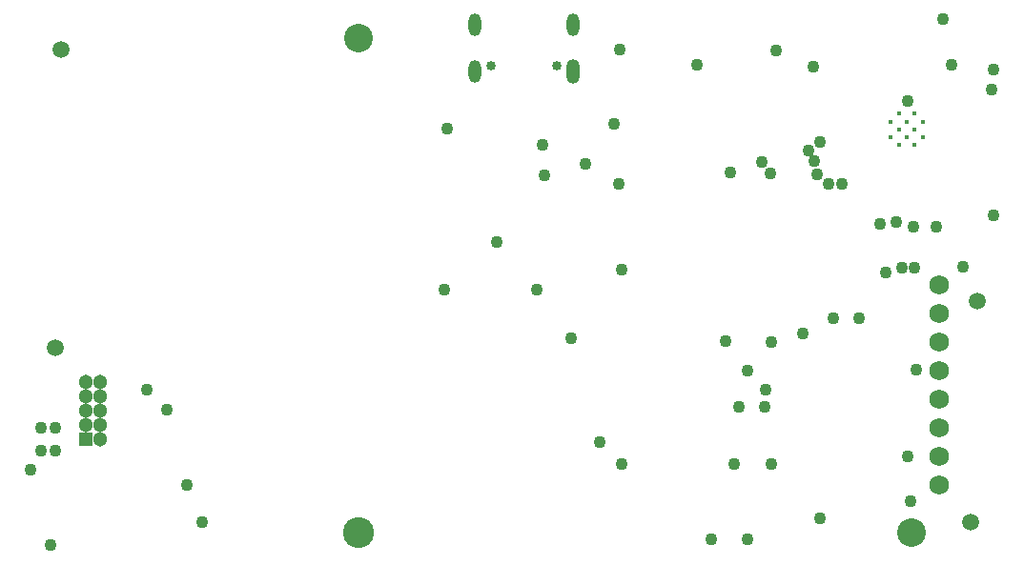
<source format=gbs>
G04*
G04 #@! TF.GenerationSoftware,Altium Limited,Altium Designer,24.2.2 (26)*
G04*
G04 Layer_Color=16711935*
%FSLAX44Y44*%
%MOMM*%
G71*
G04*
G04 #@! TF.SameCoordinates,46537A69-6C61-4849-90A4-6659EB9BC9F3*
G04*
G04*
G04 #@! TF.FilePolarity,Negative*
G04*
G01*
G75*
%ADD39C,1.7272*%
%ADD40C,1.3032*%
%ADD41R,1.3032X1.3032*%
%ADD42C,0.4000*%
%ADD43C,0.8532*%
%ADD44O,1.2032X2.2032*%
%ADD45O,1.1032X2.0032*%
%ADD46C,1.0922*%
%ADD47C,2.7432*%
%ADD48C,2.5400*%
%ADD49C,1.5000*%
D39*
X824735Y325120D02*
D03*
Y350520D02*
D03*
Y375920D02*
D03*
Y401320D02*
D03*
Y426720D02*
D03*
Y452120D02*
D03*
Y477520D02*
D03*
Y502920D02*
D03*
D40*
X66548Y416560D02*
D03*
X79248D02*
D03*
X66548Y403860D02*
D03*
X79248D02*
D03*
X66548Y391160D02*
D03*
X79248D02*
D03*
X66548Y378460D02*
D03*
X79248D02*
D03*
Y365760D02*
D03*
D41*
X66548D02*
D03*
D42*
X802820Y641375D02*
D03*
Y655375D02*
D03*
Y627374D02*
D03*
X788820Y655375D02*
D03*
Y641375D02*
D03*
Y627374D02*
D03*
X809820Y648374D02*
D03*
Y634375D02*
D03*
X795820Y648374D02*
D03*
Y634375D02*
D03*
X781820Y648374D02*
D03*
Y634375D02*
D03*
D43*
X484830Y697770D02*
D03*
X427030D02*
D03*
D44*
X499180Y692970D02*
D03*
D45*
Y734770D02*
D03*
X412680D02*
D03*
Y692970D02*
D03*
D46*
X796290Y666750D02*
D03*
X675640Y344170D02*
D03*
X642620D02*
D03*
X542925D02*
D03*
X796290Y350520D02*
D03*
X669290Y394970D02*
D03*
X646430D02*
D03*
X523240Y363220D02*
D03*
X803910Y427990D02*
D03*
X777240Y514350D02*
D03*
X791210Y518160D02*
D03*
X802640D02*
D03*
X845820Y519430D02*
D03*
X772160Y557530D02*
D03*
X786130Y558800D02*
D03*
X801370Y554990D02*
D03*
X821690D02*
D03*
X871220Y676910D02*
D03*
X835660Y698500D02*
D03*
X726440Y593090D02*
D03*
X737870D02*
D03*
X716255Y601756D02*
D03*
X718820Y629920D02*
D03*
X708660Y622300D02*
D03*
X635000Y453390D02*
D03*
X120650Y410210D02*
D03*
X138430Y392430D02*
D03*
X156210Y325120D02*
D03*
X170180Y292100D02*
D03*
X17780Y339090D02*
D03*
X39370Y375920D02*
D03*
Y355600D02*
D03*
X26670D02*
D03*
Y375920D02*
D03*
X828040Y739140D02*
D03*
X872490Y694690D02*
D03*
X712470Y697230D02*
D03*
X674370Y601980D02*
D03*
X667385Y612140D02*
D03*
X679445Y711195D02*
D03*
X609600Y698500D02*
D03*
X638810Y603250D02*
D03*
X872755Y564885D02*
D03*
X730250Y473710D02*
D03*
X753110D02*
D03*
X622300Y276860D02*
D03*
X654050D02*
D03*
X670560Y410210D02*
D03*
X654050Y426720D02*
D03*
X718820Y295910D02*
D03*
X798830Y311150D02*
D03*
X675640Y452120D02*
D03*
X703580Y459740D02*
D03*
X35560Y271780D02*
D03*
X713740Y613410D02*
D03*
X542290Y516890D02*
D03*
X541020Y712470D02*
D03*
X539770Y593070D02*
D03*
X535940Y646430D02*
D03*
X497840Y455930D02*
D03*
X384810Y499110D02*
D03*
X467360D02*
D03*
X431800Y541020D02*
D03*
X387604Y642366D02*
D03*
X510540Y610870D02*
D03*
X472440Y627380D02*
D03*
X473710Y600710D02*
D03*
D47*
X308610Y283210D02*
D03*
D48*
Y722630D02*
D03*
X800100Y283210D02*
D03*
D49*
X858520Y488950D02*
D03*
X44450Y712470D02*
D03*
X39370Y447040D02*
D03*
X852170Y292100D02*
D03*
M02*

</source>
